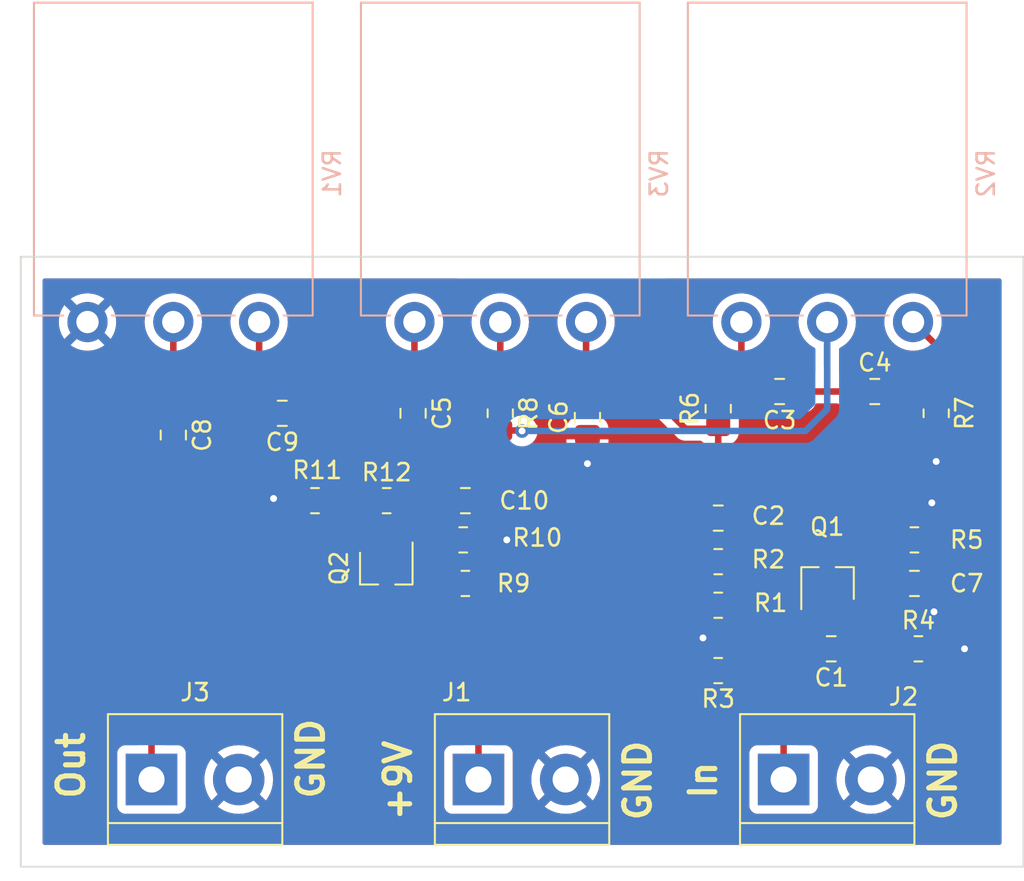
<source format=kicad_pcb>
(kicad_pcb (version 20221018) (generator pcbnew)
  (layers (0 "F.Cu" signal) (31 "B.Cu" signal) (34 "B.Paste" user) (35 "F.Paste" user) (36 "B.SilkS" user "B.Silkscreen") (37 "F.SilkS" user "F.Silkscreen") (38 "B.Mask" user) (39 "F.Mask" user) (44 "Edge.Cuts" user))
  (net 0 "")
  (net 1 "/Input")
  (net 2 "Net-(Q1-B)")
  (net 3 "Net-(Q1-C)")
  (net 4 "Net-(Q2-B)")
  (net 5 "Net-(C3-Pad1)")
  (net 6 "Net-(C3-Pad2)")
  (net 7 "Net-(C4-Pad2)")
  (net 8 "Net-(C5-Pad1)")
  (net 9 "GND")
  (net 10 "Net-(C6-Pad2)")
  (net 11 "Net-(Q1-E)")
  (net 12 "Net-(C8-Pad1)")
  (net 13 "Net-(C2-Pad2)")
  (net 14 "Net-(C9-Pad2)")
  (net 15 "+9V")
  (net 16 "Net-(J3-Pin_1)")
  (net 17 "Net-(C10-Pad1)")
  (net 18 "/CC_Out")
  (footprint "TerminalBlock:TerminalBlock_bornier-2_P5.08mm" (layer "F.Cu") (at 38.1 107.95)
    (fp_text reference "J3" (at 2.54 -5.08) (layer "F.SilkS"))
    (fp_text value "Conn_01x02")
    (fp_line (start -2.54 -3.81) (end -2.54 3.81) (stroke (width 0.12)) (layer "F.SilkS"))
    (fp_line (start -2.54 3.81) (end 7.62 3.81) (stroke (width 0.12)) (layer "F.SilkS"))
    (fp_line (start 7.62 -3.81) (end -2.54 -3.81) (stroke (width 0.12)) (layer "F.SilkS"))
    (fp_line (start 7.62 2.54) (end -2.54 2.54) (stroke (width 0.12)) (layer "F.SilkS"))
    (fp_line (start 7.62 3.81) (end 7.62 -3.81) (stroke (width 0.12)) (layer "F.SilkS"))
    (pad "1" thru_hole rect (at 0 0) (size 3 3) (drill 1.52) (layers "*.Cu" "*.Mask") (net 16 "Net-(J3-Pin_1)"))
    (pad "2" thru_hole circle (at 5.08 0) (size 3 3) (drill 1.52) (layers "*.Cu" "*.Mask") (net 9 "GND"))
  )
  (footprint "Capacitor_SMD:C_0805_2012Metric_Pad1.18x1.45mm_HandSolder" (layer "F.Cu") (at 45.72 86.6 180)
    (fp_text reference "C9" (at 0 -1.68) (layer "F.SilkS"))
    (fp_text value "10u")
    (fp_line (start -0.261252 -0.735) (end 0.261252 -0.735) (stroke (width 0.12)) (layer "F.SilkS"))
    (fp_line (start -0.261252 0.735) (end 0.261252 0.735) (stroke (width 0.12)) (layer "F.SilkS"))
    (pad "1" smd roundrect (at -1.0375 0 180) (size 1.175 1.45) (layers "F.Cu" "F.Paste" "F.Mask") (roundrect_rratio 0.2127659574) (net 18 "/CC_Out"))
    (pad "2" smd roundrect (at 1.0375 0 180) (size 1.175 1.45) (layers "F.Cu" "F.Paste" "F.Mask") (roundrect_rratio 0.2127659574) (net 14 "Net-(C9-Pad2)"))
  )
  (footprint "Resistor_SMD:R_0805_2012Metric_Pad1.20x1.40mm_HandSolder" (layer "F.Cu") (at 82.7825 100.33)
    (fp_text reference "R4" (at 0 -1.65) (layer "F.SilkS"))
    (fp_text value "1M")
    (fp_line (start -0.227064 -0.735) (end 0.227064 -0.735) (stroke (width 0.12)) (layer "F.SilkS"))
    (fp_line (start -0.227064 0.735) (end 0.227064 0.735) (stroke (width 0.12)) (layer "F.SilkS"))
    (pad "1" smd roundrect (at -1 0) (size 1.2 1.4) (layers "F.Cu" "F.Paste" "F.Mask") (roundrect_rratio 0.2083333333) (net 1 "/Input"))
    (pad "2" smd roundrect (at 1 0) (size 1.2 1.4) (layers "F.Cu" "F.Paste" "F.Mask") (roundrect_rratio 0.2083333333) (net 9 "GND"))
  )
  (footprint "Capacitor_SMD:C_0805_2012Metric_Pad1.18x1.45mm_HandSolder" (layer "F.Cu") (at 82.55 96.52)
    (fp_text reference "C7" (at 3.048 0) (layer "F.SilkS"))
    (fp_text value "68u")
    (fp_line (start -0.261252 -0.735) (end 0.261252 -0.735) (stroke (width 0.12)) (layer "F.SilkS"))
    (fp_line (start -0.261252 0.735) (end 0.261252 0.735) (stroke (width 0.12)) (layer "F.SilkS"))
    (pad "1" smd roundrect (at -1.0375 0) (size 1.175 1.45) (layers "F.Cu" "F.Paste" "F.Mask") (roundrect_rratio 0.2127659574) (net 11 "Net-(Q1-E)"))
    (pad "2" smd roundrect (at 1.0375 0) (size 1.175 1.45) (layers "F.Cu" "F.Paste" "F.Mask") (roundrect_rratio 0.2127659574) (net 9 "GND"))
  )
  (footprint "Capacitor_SMD:C_0805_2012Metric_Pad1.18x1.45mm_HandSolder" (layer "F.Cu") (at 80.2425 85.33)
    (fp_text reference "C4" (at 0 -1.68) (layer "F.SilkS"))
    (fp_text value "4700p")
    (fp_line (start -0.261252 -0.735) (end 0.261252 -0.735) (stroke (width 0.12)) (layer "F.SilkS"))
    (fp_line (start -0.261252 0.735) (end 0.261252 0.735) (stroke (width 0.12)) (layer "F.SilkS"))
    (pad "1" smd roundrect (at -1.0375 0) (size 1.175 1.45) (layers "F.Cu" "F.Paste" "F.Mask") (roundrect_rratio 0.2127659574) (net 5 "Net-(C3-Pad1)"))
    (pad "2" smd roundrect (at 1.0375 0) (size 1.175 1.45) (layers "F.Cu" "F.Paste" "F.Mask") (roundrect_rratio 0.2127659574) (net 7 "Net-(C4-Pad2)"))
  )
  (footprint "TerminalBlock:TerminalBlock_bornier-2_P5.08mm" (layer "F.Cu") (at 57.15 107.95)
    (fp_text reference "J1" (at -1.27 -5.08) (layer "F.SilkS"))
    (fp_text value "Conn_01x02")
    (fp_line (start -2.54 -3.81) (end -2.54 3.81) (stroke (width 0.12)) (layer "F.SilkS"))
    (fp_line (start -2.54 3.81) (end 7.62 3.81) (stroke (width 0.12)) (layer "F.SilkS"))
    (fp_line (start 7.62 -3.81) (end -2.54 -3.81) (stroke (width 0.12)) (layer "F.SilkS"))
    (fp_line (start 7.62 2.54) (end -2.54 2.54) (stroke (width 0.12)) (layer "F.SilkS"))
    (fp_line (start 7.62 3.81) (end 7.62 -3.81) (stroke (width 0.12)) (layer "F.SilkS"))
    (pad "1" thru_hole rect (at 0 0) (size 3 3) (drill 1.52) (layers "*.Cu" "*.Mask") (net 15 "+9V"))
    (pad "2" thru_hole circle (at 5.08 0) (size 3 3) (drill 1.52) (layers "*.Cu" "*.Mask") (net 9 "GND"))
  )
  (footprint "Resistor_SMD:R_0805_2012Metric_Pad1.20x1.40mm_HandSolder" (layer "F.Cu") (at 83.82 86.6 -90)
    (fp_text reference "R7" (at 0 -1.65 90) (layer "F.SilkS"))
    (fp_text value "68k")
    (fp_line (start -0.227064 -0.735) (end 0.227064 -0.735) (stroke (width 0.12)) (layer "F.SilkS"))
    (fp_line (start -0.227064 0.735) (end 0.227064 0.735) (stroke (width 0.12)) (layer "F.SilkS"))
    (pad "1" smd roundrect (at -1 0 270) (size 1.2 1.4) (layers "F.Cu" "F.Paste" "F.Mask") (roundrect_rratio 0.2083333333) (net 7 "Net-(C4-Pad2)"))
    (pad "2" smd roundrect (at 1 0 270) (size 1.2 1.4) (layers "F.Cu" "F.Paste" "F.Mask") (roundrect_rratio 0.2083333333) (net 9 "GND"))
  )
  (footprint "Capacitor_SMD:C_0805_2012Metric_Pad1.18x1.45mm_HandSolder" (layer "F.Cu") (at 71.12 92.71 180)
    (fp_text reference "C2" (at -2.921 0.127) (layer "F.SilkS"))
    (fp_text value "100n")
    (fp_line (start -0.261252 -0.735) (end 0.261252 -0.735) (stroke (width 0.12)) (layer "F.SilkS"))
    (fp_line (start -0.261252 0.735) (end 0.261252 0.735) (stroke (width 0.12)) (layer "F.SilkS"))
    (pad "1" smd roundrect (at -1.0375 0 180) (size 1.175 1.45) (layers "F.Cu" "F.Paste" "F.Mask") (roundrect_rratio 0.2127659574) (net 3 "Net-(Q1-C)"))
    (pad "2" smd roundrect (at 1.0375 0 180) (size 1.175 1.45) (layers "F.Cu" "F.Paste" "F.Mask") (roundrect_rratio 0.2127659574) (net 13 "Net-(C2-Pad2)"))
  )
  (footprint "TerminalBlock:TerminalBlock_bornier-2_P5.08mm" (layer "F.Cu") (at 74.93 107.95)
    (fp_text reference "J2" (at 6.985 -4.826) (layer "F.SilkS"))
    (fp_text value "Conn_01x02")
    (fp_line (start -2.54 -3.81) (end -2.54 3.81) (stroke (width 0.12)) (layer "F.SilkS"))
    (fp_line (start -2.54 3.81) (end 7.62 3.81) (stroke (width 0.12)) (layer "F.SilkS"))
    (fp_line (start 7.62 -3.81) (end -2.54 -3.81) (stroke (width 0.12)) (layer "F.SilkS"))
    (fp_line (start 7.62 2.54) (end -2.54 2.54) (stroke (width 0.12)) (layer "F.SilkS"))
    (fp_line (start 7.62 3.81) (end 7.62 -3.81) (stroke (width 0.12)) (layer "F.SilkS"))
    (pad "1" thru_hole rect (at 0 0) (size 3 3) (drill 1.52) (layers "*.Cu" "*.Mask") (net 1 "/Input"))
    (pad "2" thru_hole circle (at 5.08 0) (size 3 3) (drill 1.52) (layers "*.Cu" "*.Mask") (net 9 "GND"))
  )
  (footprint "Resistor_SMD:R_0805_2012Metric_Pad1.20x1.40mm_HandSolder" (layer "F.Cu") (at 51.8 91.694 180)
    (fp_text reference "R12" (at 0 1.651) (layer "F.SilkS"))
    (fp_text value "0")
    (fp_line (start -0.227064 -0.735) (end 0.227064 -0.735) (stroke (width 0.12)) (layer "F.SilkS"))
    (fp_line (start -0.227064 0.735) (end 0.227064 0.735) (stroke (width 0.12)) (layer "F.SilkS"))
    (pad "1" smd roundrect (at -1 0 180) (size 1.2 1.4) (layers "F.Cu" "F.Paste" "F.Mask") (roundrect_rratio 0.2083333333) (net 4 "Net-(Q2-B)"))
    (pad "2" smd roundrect (at 1 0 180) (size 1.2 1.4) (layers "F.Cu" "F.Paste" "F.Mask") (roundrect_rratio 0.2083333333) (net 18 "/CC_Out"))
  )
  (footprint "Resistor_SMD:R_0805_2012Metric_Pad1.20x1.40mm_HandSolder" (layer "F.Cu") (at 82.55 93.98)
    (fp_text reference "R5" (at 3.048 0) (layer "F.SilkS"))
    (fp_text value "220")
    (fp_line (start -0.227064 -0.735) (end 0.227064 -0.735) (stroke (width 0.12)) (layer "F.SilkS"))
    (fp_line (start -0.227064 0.735) (end 0.227064 0.735) (stroke (width 0.12)) (layer "F.SilkS"))
    (pad "1" smd roundrect (at -1 0) (size 1.2 1.4) (layers "F.Cu" "F.Paste" "F.Mask") (roundrect_rratio 0.2083333333) (net 11 "Net-(Q1-E)"))
    (pad "2" smd roundrect (at 1 0) (size 1.2 1.4) (layers "F.Cu" "F.Paste" "F.Mask") (roundrect_rratio 0.2083333333) (net 9 "GND"))
  )
  (footprint "Capacitor_SMD:C_0805_2012Metric_Pad1.18x1.45mm_HandSolder" (layer "F.Cu") (at 53.34 86.6 -90)
    (fp_text reference "C5" (at 0 -1.68 90) (layer "F.SilkS"))
    (fp_text value "470p")
    (fp_line (start -0.261252 -0.735) (end 0.261252 -0.735) (stroke (width 0.12)) (layer "F.SilkS"))
    (fp_line (start -0.261252 0.735) (end 0.261252 0.735) (stroke (width 0.12)) (layer "F.SilkS"))
    (pad "1" smd roundrect (at -1.0375 0 270) (size 1.175 1.45) (layers "F.Cu" "F.Paste" "F.Mask") (roundrect_rratio 0.2127659574) (net 8 "Net-(C5-Pad1)"))
    (pad "2" smd roundrect (at 1.0375 0 270) (size 1.175 1.45) (layers "F.Cu" "F.Paste" "F.Mask") (roundrect_rratio 0.2127659574) (net 13 "Net-(C2-Pad2)"))
  )
  (footprint "Capacitor_SMD:C_0805_2012Metric_Pad1.18x1.45mm_HandSolder" (layer "F.Cu") (at 56.388 91.694 180)
    (fp_text reference "C10" (at -3.429 0) (layer "F.SilkS"))
    (fp_text value "100n")
    (fp_line (start -0.261252 -0.735) (end 0.261252 -0.735) (stroke (width 0.12)) (layer "F.SilkS"))
    (fp_line (start -0.261252 0.735) (end 0.261252 0.735) (stroke (width 0.12)) (layer "F.SilkS"))
    (pad "1" smd roundrect (at -1.0375 0 180) (size 1.175 1.45) (layers "F.Cu" "F.Paste" "F.Mask") (roundrect_rratio 0.2127659574) (net 17 "Net-(C10-Pad1)"))
    (pad "2" smd roundrect (at 1.0375 0 180) (size 1.175 1.45) (layers "F.Cu" "F.Paste" "F.Mask") (roundrect_rratio 0.2127659574) (net 4 "Net-(Q2-B)"))
  )
  (footprint "Resistor_SMD:R_0805_2012Metric_Pad1.20x1.40mm_HandSolder" (layer "F.Cu") (at 56.261 93.98)
    (fp_text reference "R10" (at 4.318 -0.127) (layer "F.SilkS"))
    (fp_text value "82k")
    (fp_line (start -0.227064 -0.735) (end 0.227064 -0.735) (stroke (width 0.12)) (layer "F.SilkS"))
    (fp_line (start -0.227064 0.735) (end 0.227064 0.735) (stroke (width 0.12)) (layer "F.SilkS"))
    (pad "1" smd roundrect (at -1 0) (size 1.2 1.4) (layers "F.Cu" "F.Paste" "F.Mask") (roundrect_rratio 0.2083333333) (net 4 "Net-(Q2-B)"))
    (pad "2" smd roundrect (at 1 0) (size 1.2 1.4) (layers "F.Cu" "F.Paste" "F.Mask") (roundrect_rratio 0.2083333333) (net 9 "GND"))
  )
  (footprint "Package_TO_SOT_SMD:TSOT-23" (layer "F.Cu") (at 51.8 95.631 -90)
    (fp_text reference "Q2" (at 0 2.778 90) (layer "F.SilkS"))
    (fp_text value "Q_NPN_BEC")
    (fp_line (start 0.93 -1.51) (end -1.5 -1.51) (stroke (width 0.12)) (layer "F.SilkS"))
    (fp_line (start 0.95 -1.5) (end 0.95 -0.5) (stroke (width 0.12)) (layer "F.SilkS"))
    (fp_line (start 0.95 0.5) (end 0.95 1.55) (stroke (width 0.12)) (layer "F.SilkS"))
    (fp_line (start 0.95 1.55) (end -0.9 1.55) (stroke (width 0.12)) (layer "F.SilkS"))
    (pad "1" smd rect (at -1.31 -0.95 270) (size 1.22 0.65) (layers "F.Cu" "F.Paste" "F.Mask") (net 4 "Net-(Q2-B)"))
    (pad "2" smd rect (at -1.31 0.95 270) (size 1.22 0.65) (layers "F.Cu" "F.Paste" "F.Mask") (net 18 "/CC_Out"))
    (pad "3" smd rect (at 1.31 0 270) (size 1.22 0.65) (layers "F.Cu" "F.Paste" "F.Mask") (net 15 "+9V"))
  )
  (footprint "Capacitor_SMD:C_0805_2012Metric_Pad1.18x1.45mm_HandSolder" (layer "F.Cu") (at 39.37 87.87 -90)
    (fp_text reference "C8" (at 0 -1.68 90) (layer "F.SilkS"))
    (fp_text value "10u")
    (fp_line (start -0.261252 -0.735) (end 0.261252 -0.735) (stroke (width 0.12)) (layer "F.SilkS"))
    (fp_line (start -0.261252 0.735) (end 0.261252 0.735) (stroke (width 0.12)) (layer "F.SilkS"))
    (pad "1" smd roundrect (at -1.0375 0 270) (size 1.175 1.45) (layers "F.Cu" "F.Paste" "F.Mask") (roundrect_rratio 0.2127659574) (net 12 "Net-(C8-Pad1)"))
    (pad "2" smd roundrect (at 1.0375 0 270) (size 1.175 1.45) (layers "F.Cu" "F.Paste" "F.Mask") (roundrect_rratio 0.2127659574) (net 16 "Net-(J3-Pin_1)"))
  )
  (footprint "Capacitor_SMD:C_0805_2012Metric_Pad1.18x1.45mm_HandSolder" (layer "F.Cu") (at 74.6975 85.33 180)
    (fp_text reference "C3" (at 0 -1.68) (layer "F.SilkS"))
    (fp_text value "680p")
    (fp_line (start -0.261252 -0.735) (end 0.261252 -0.735) (stroke (width 0.12)) (layer "F.SilkS"))
    (fp_line (start -0.261252 0.735) (end 0.261252 0.735) (stroke (width 0.12)) (layer "F.SilkS"))
    (pad "1" smd roundrect (at -1.0375 0 180) (size 1.175 1.45) (layers "F.Cu" "F.Paste" "F.Mask") (roundrect_rratio 0.2127659574) (net 5 "Net-(C3-Pad1)"))
    (pad "2" smd roundrect (at 1.0375 0 180) (size 1.175 1.45) (layers "F.Cu" "F.Paste" "F.Mask") (roundrect_rratio 0.2127659574) (net 6 "Net-(C3-Pad2)"))
  )
  (footprint "Resistor_SMD:R_0805_2012Metric_Pad1.20x1.40mm_HandSolder" (layer "F.Cu") (at 71.12 86.33 90)
    (fp_text reference "R6" (at 0 -1.65 90) (layer "F.SilkS"))
    (fp_text value "100k")
    (fp_line (start -0.227064 -0.735) (end 0.227064 -0.735) (stroke (width 0.12)) (layer "F.SilkS"))
    (fp_line (start -0.227064 0.735) (end 0.227064 0.735) (stroke (width 0.12)) (layer "F.SilkS"))
    (pad "1" smd roundrect (at -1 0 90) (size 1.2 1.4) (layers "F.Cu" "F.Paste" "F.Mask") (roundrect_rratio 0.2083333333) (net 13 "Net-(C2-Pad2)"))
    (pad "2" smd roundrect (at 1 0 90) (size 1.2 1.4) (layers "F.Cu" "F.Paste" "F.Mask") (roundrect_rratio 0.2083333333) (net 6 "Net-(C3-Pad2)"))
  )
  (footprint "Resistor_SMD:R_0805_2012Metric_Pad1.20x1.40mm_HandSolder" (layer "F.Cu") (at 71.12 101.6 180)
    (fp_text reference "R3" (at 0 -1.65) (layer "F.SilkS"))
    (fp_text value "6k8")
    (fp_line (start -0.227064 -0.735) (end 0.227064 -0.735) (stroke (width 0.12)) (layer "F.SilkS"))
    (fp_line (start -0.227064 0.735) (end 0.227064 0.735) (stroke (width 0.12)) (layer "F.SilkS"))
    (pad "1" smd roundrect (at -1 0 180) (size 1.2 1.4) (layers "F.Cu" "F.Paste" "F.Mask") (roundrect_rratio 0.2083333333) (net 2 "Net-(Q1-B)"))
    (pad "2" smd roundrect (at 1 0 180) (size 1.2 1.4) (layers "F.Cu" "F.Paste" "F.Mask") (roundrect_rratio 0.2083333333) (net 9 "GND"))
  )
  (footprint "Resistor_SMD:R_0805_2012Metric_Pad1.20x1.40mm_HandSolder" (layer "F.Cu") (at 47.625 91.694 180)
    (fp_text reference "R11" (at -0.127 1.778) (layer "F.SilkS"))
    (fp_text value "4k7")
    (fp_line (start -0.227064 -0.735) (end 0.227064 -0.735) (stroke (width 0.12)) (layer "F.SilkS"))
    (fp_line (start -0.227064 0.735) (end 0.227064 0.735) (stroke (width 0.12)) (layer "F.SilkS"))
    (pad "1" smd roundrect (at -1 0 180) (size 1.2 1.4) (layers "F.Cu" "F.Paste" "F.Mask") (roundrect_rratio 0.2083333333) (net 18 "/CC_Out"))
    (pad "2" smd roundrect (at 1 0 180) (size 1.2 1.4) (layers "F.Cu" "F.Paste" "F.Mask") (roundrect_rratio 0.2083333333) (net 9 "GND"))
  )
  (footprint "Resistor_SMD:R_0805_2012Metric_Pad1.20x1.40mm_HandSolder" (layer "F.Cu") (at 56.388 96.52 180)
    (fp_text reference "R9" (at -2.81 0) (layer "F.SilkS"))
    (fp_text value "68k")
    (fp_line (start -0.227064 -0.735) (end 0.227064 -0.735) (stroke (width 0.12)) (layer "F.SilkS"))
    (fp_line (start -0.227064 0.735) (end 0.227064 0.735) (stroke (width 0.12)) (layer "F.SilkS"))
    (pad "1" smd roundrect (at -1 0 180) (size 1.2 1.4) (layers "F.Cu" "F.Paste" "F.Mask") (roundrect_rratio 0.2083333333) (net 15 "+9V"))
    (pad "2" smd roundrect (at 1 0 180) (size 1.2 1.4) (layers "F.Cu" "F.Paste" "F.Mask") (roundrect_rratio 0.2083333333) (net 4 "Net-(Q2-B)"))
  )
  (footprint "Package_TO_SOT_SMD:TSOT-23" (layer "F.Cu") (at 77.47 96.52 90)
    (fp_text reference "Q1" (at 3.302 0 180) (layer "F.SilkS"))
    (fp_text value "Q_NPN_BEC")
    (fp_line (start 0.93 -1.51) (end -1.5 -1.51) (stroke (width 0.12)) (layer "F.SilkS"))
    (fp_line (start 0.95 -1.5) (end 0.95 -0.5) (stroke (width 0.12)) (layer "F.SilkS"))
    (fp_line (start 0.95 0.5) (end 0.95 1.55) (stroke (width 0.12)) (layer "F.SilkS"))
    (fp_line (start 0.95 1.55) (end -0.9 1.55) (stroke (width 0.12)) (layer "F.SilkS"))
    (pad "1" smd rect (at -1.31 -0.95 90) (size 1.22 0.65) (layers "F.Cu" "F.Paste" "F.Mask") (net 2 "Net-(Q1-B)"))
    (pad "2" smd rect (at -1.31 0.95 90) (size 1.22 0.65) (layers "F.Cu" "F.Paste" "F.Mask") (net 11 "Net-(Q1-E)"))
    (pad "3" smd rect (at 1.31 0 90) (size 1.22 0.65) (layers "F.Cu" "F.Paste" "F.Mask") (net 3 "Net-(Q1-C)"))
  )
  (footprint "Resistor_SMD:R_0805_2012Metric_Pad1.20x1.40mm_HandSolder" (layer "F.Cu") (at 71.12 97.79)
    (fp_text reference "R1" (at 3.048 -0.127) (layer "F.SilkS"))
    (fp_text value "27k")
    (fp_line (start -0.227064 -0.735) (end 0.227064 -0.735) (stroke (width 0.12)) (layer "F.SilkS"))
    (fp_line (start -0.227064 0.735) (end 0.227064 0.735) (stroke (width 0.12)) (layer "F.SilkS"))
    (pad "1" smd roundrect (at -1 0) (size 1.2 1.4) (layers "F.Cu" "F.Paste" "F.Mask") (roundrect_rratio 0.2083333333) (net 15 "+9V"))
    (pad "2" smd roundrect (at 1 0) (size 1.2 1.4) (layers "F.Cu" "F.Paste" "F.Mask") (roundrect_rratio 0.2083333333) (net 2 "Net-(Q1-B)"))
  )
  (footprint "Resistor_SMD:R_0805_2012Metric_Pad1.20x1.40mm_HandSolder" (layer "F.Cu") (at 71.12 95.25)
    (fp_text reference "R2" (at 2.921 -0.127) (layer "F.SilkS"))
    (fp_text value "820")
    (fp_line (start -0.227064 -0.735) (end 0.227064 -0.735) (stroke (width 0.12)) (layer "F.SilkS"))
    (fp_line (start -0.227064 0.735) (end 0.227064 0.735) (stroke (width 0.12)) (layer "F.SilkS"))
    (pad "1" smd roundrect (at -1 0) (size 1.2 1.4) (layers "F.Cu" "F.Paste" "F.Mask") (roundrect_rratio 0.2083333333) (net 15 "+9V"))
    (pad "2" smd roundrect (at 1 0) (size 1.2 1.4) (layers "F.Cu" "F.Paste" "F.Mask") (roundrect_rratio 0.2083333333) (net 3 "Net-(Q1-C)"))
  )
  (footprint "Capacitor_SMD:C_0805_2012Metric_Pad1.18x1.45mm_HandSolder" (layer "F.Cu") (at 77.7025 100.33 180)
    (fp_text reference "C1" (at 0 -1.68) (layer "F.SilkS"))
    (fp_text value "100n")
    (fp_line (start -0.261252 -0.735) (end 0.261252 -0.735) (stroke (width 0.12)) (layer "F.SilkS"))
    (fp_line (start -0.261252 0.735) (end 0.261252 0.735) (stroke (width 0.12)) (layer "F.SilkS"))
    (pad "1" smd roundrect (at -1.0375 0 180) (size 1.175 1.45) (layers "F.Cu" "F.Paste" "F.Mask") (roundrect_rratio 0.2127659574) (net 1 "/Input"))
    (pad "2" smd roundrect (at 1.0375 0 180) (size 1.175 1.45) (layers "F.Cu" "F.Paste" "F.Mask") (roundrect_rratio 0.2127659574) (net 2 "Net-(Q1-B)"))
  )
  (footprint "Capacitor_SMD:C_0805_2012Metric_Pad1.18x1.45mm_HandSolder" (layer "F.Cu") (at 63.5 86.8325 90)
    (fp_text reference "C6" (at 0 -1.68 90) (layer "F.SilkS"))
    (fp_text value "4700p")
    (fp_line (start -0.261252 -0.735) (end 0.261252 -0.735) (stroke (width 0.12)) (layer "F.SilkS"))
    (fp_line (start -0.261252 0.735) (end 0.261252 0.735) (stroke (width 0.12)) (layer "F.SilkS"))
    (pad "1" smd roundrect (at -1.0375 0 90) (size 1.175 1.45) (layers "F.Cu" "F.Paste" "F.Mask") (roundrect_rratio 0.2127659574) (net 9 "GND"))
    (pad "2" smd roundrect (at 1.0375 0 90) (size 1.175 1.45) (layers "F.Cu" "F.Paste" "F.Mask") (roundrect_rratio 0.2127659574) (net 10 "Net-(C6-Pad2)"))
  )
  (footprint "Resistor_SMD:R_0805_2012Metric_Pad1.20x1.40mm_HandSolder" (layer "F.Cu") (at 58.42 86.6 -90)
    (fp_text reference "R8" (at 0 -1.65 90) (layer "F.SilkS"))
    (fp_text value "100k")
    (fp_line (start -0.227064 -0.735) (end 0.227064 -0.735) (stroke (width 0.12)) (layer "F.SilkS"))
    (fp_line (start -0.227064 0.735) (end 0.227064 0.735) (stroke (width 0.12)) (layer "F.SilkS"))
    (pad "1" smd roundrect (at -1 0 270) (size 1.2 1.4) (layers "F.Cu" "F.Paste" "F.Mask") (roundrect_rratio 0.2083333333) (net 17 "Net-(C10-Pad1)"))
    (pad "2" smd roundrect (at 1 0 270) (size 1.2 1.4) (layers "F.Cu" "F.Paste" "F.Mask") (roundrect_rratio 0.2083333333) (net 5 "Net-(C3-Pad1)"))
  )
  (footprint "Potentiometer_THT:Potentiometer_Piher_PC-16_Single_Vertical" (layer "B.Cu") (at 53.42 81.28 90)
    (fp_text reference "RV3" (at 8.665 14.25 90) (layer "B.SilkS") (effects (justify mirror)))
    (fp_text value "1M")
    (fp_line (start 0.38 -3.12) (end 18.62 -3.12) (stroke (width 0.12)) (layer "B.SilkS"))
    (fp_line (start 0.38 -1.425) (end 0.38 -3.12) (stroke (width 0.12)) (layer "B.SilkS"))
    (fp_line (start 0.38 3.575) (end 0.38 1.425) (stroke (width 0.12)) (layer "B.SilkS"))
    (fp_line (start 0.38 8.574) (end 0.38 6.425) (stroke (width 0.12)) (layer "B.SilkS"))
    (fp_line (start 0.38 13.12) (end 0.38 11.426) (stroke (width 0.12)) (layer "B.SilkS"))
    (fp_line (start 0.38 13.12) (end 18.62 13.12) (stroke (width 0.12)) (layer "B.SilkS"))
    (fp_line (start 18.62 13.12) (end 18.62 -3.12) (stroke (width 0.12)) (layer "B.SilkS"))
    (pad "1" thru_hole circle (at 0 0 90) (size 2.34 2.34) (drill 1.3) (layers "*.Cu" "*.Mask") (net 8 "Net-(C5-Pad1)"))
    (pad "2" thru_hole circle (at 0 5 90) (size 2.34 2.34) (drill 1.3) (layers "*.Cu" "*.Mask") (net 17 "Net-(C10-Pad1)"))
    (pad "3" thru_hole circle (at 0 10 90) (size 2.34 2.34) (drill 1.3) (layers "*.Cu" "*.Mask") (net 10 "Net-(C6-Pad2)"))
  )
  (footprint "Potentiometer_THT:Potentiometer_Piher_PC-16_Single_Vertical" (layer "B.Cu") (at 72.47 81.28 90)
    (fp_text reference "RV2" (at 8.665 14.25 90) (layer "B.SilkS") (effects (justify mirror)))
    (fp_text value "1M")
    (fp_line (start 0.38 -3.12) (end 18.62 -3.12) (stroke (width 0.12)) (layer "B.SilkS"))
    (fp_line (start 0.38 -1.425) (end 0.38 -3.12) (stroke (width 0.12)) (layer "B.SilkS"))
    (fp_line (start 0.38 3.575) (end 0.38 1.425) (stroke (width 0.12)) (layer "B.SilkS"))
    (fp_line (start 0.38 8.574) (end 0.38 6.425) (stroke (width 0.12)) (layer "B.SilkS"))
    (fp_line (start 0.38 13.12) (end 0.38 11.426) (stroke (width 0.12)) (layer "B.SilkS"))
    (fp_line (start 0.38 13.12) (end 18.62 13.12) (stroke (width 0.12)) (layer "B.SilkS"))
    (fp_line (start 18.62 13.12) (end 18.62 -3.12) (stroke (width 0.12)) (layer "B.SilkS"))
    (pad "1" thru_hole circle (at 0 0 90) (size 2.34 2.34) (drill 1.3) (layers "*.Cu" "*.Mask") (net 6 "Net-(C3-Pad2)"))
    (pad "2" thru_hole circle (at 0 5 90) (size 2.34 2.34) (drill 1.3) (layers "*.Cu" "*.Mask") (net 5 "Net-(C3-Pad1)"))
    (pad "3" thru_hole circle (at 0 10 90) (size 2.34 2.34) (drill 1.3) (layers "*.Cu" "*.Mask") (net 7 "Net-(C4-Pad2)"))
  )
  (footprint "Potentiometer_THT:Potentiometer_Piher_PC-16_Single_Vertical" (layer "B.Cu") (at 34.37 81.28 90)
    (fp_text reference "RV1" (at 8.665 14.25 90) (layer "B.SilkS") (effects (justify mirror)))
    (fp_text value "100K")
    (fp_line (start 0.38 -3.12) (end 18.62 -3.12) (stroke (width 0.12)) (layer "B.SilkS"))
    (fp_line (start 0.38 -1.425) (end 0.38 -3.12) (stroke (width 0.12)) (layer "B.SilkS"))
    (fp_line (start 0.38 3.575) (end 0.38 1.425) (stroke (width 0.12)) (layer "B.SilkS"))
    (fp_line (start 0.38 8.574) (end 0.38 6.425) (stroke (width 0.12)) (layer "B.SilkS"))
    (fp_line (start 0.38 13.12) (end 0.38 11.426) (stroke (width 0.12)) (layer "B.SilkS"))
    (fp_line (start 0.38 13.12) (end 18.62 13.12) (stroke (width 0.12)) (layer "B.SilkS"))
    (fp_line (start 18.62 13.12) (end 18.62 -3.12) (stroke (width 0.12)) (layer "B.SilkS"))
    (pad "1" thru_hole circle (at 0 0 90) (size 2.34 2.34) (drill 1.3) (layers "*.Cu" "*.Mask") (net 9 "GND"))
    (pad "2" thru_hole circle (at 0 5 90) (size 2.34 2.34) (drill 1.3) (layers "*.Cu" "*.Mask") (net 12 "Net-(C8-Pad1)"))
    (pad "3" thru_hole circle (at 0 10 90) (size 2.34 2.34) (drill 1.3) (layers "*.Cu" "*.Mask") (net 14 "Net-(C9-Pad2)"))
  )
  (gr_line (start 88.9 113.03) (end 30.48 113.03) (stroke (width 0.1)) (layer "Edge.Cuts"))
  (gr_line (start 30.48 113.03) (end 30.48 77.47) (stroke (width 0.1)) (layer "Edge.Cuts"))
  (gr_line (start 88.9 77.47) (end 88.9 113.03) (stroke (width 0.1)) (layer "Edge.Cuts"))
  (gr_line (start 30.48 77.47) (end 88.9 77.47) (stroke (width 0.1)) (layer "Edge.Cuts"))
  (gr_text "GND" (at 48.26 109.22 90) (layer "F.SilkS") (effects (font (size 1.5 1.5) (thickness 0.3) bold) (justify left bottom)))
  (gr_text "GND" (at 85.09 110.49 90) (layer "F.SilkS") (effects (font (size 1.5 1.5) (thickness 0.3) bold) (justify left bottom)))
  (gr_text "Out" (at 34.29 109.22 90) (layer "F.SilkS") (effects (font (size 1.5 1.5) (thickness 0.3) bold) (justify left bottom)))
  (gr_text "In" (at 71.12 109.22 90) (layer "F.SilkS") (effects (font (size 1.5 1.5) (thickness 0.3) bold) (justify left bottom)))
  (gr_text "GND" (at 67.31 110.49 90) (layer "F.SilkS") (effects (font (size 1.5 1.5) (thickness 0.3) bold) (justify left bottom)))
  (gr_text "+9V\n" (at 53.34 110.49 90) (layer "F.SilkS") (effects (font (size 1.5 1.5) (thickness 0.3) bold) (justify left bottom)))
  (segment (start 81.7825 100.33) (end 78.74 100.33) (width 0.381) (layer "F.Cu") (net 1))
  (segment (start 78.74 101.6) (end 78.74 100.33) (width 0.381) (layer "F.Cu") (net 1))
  (segment (start 74.93 107.95) (end 74.93 105.41) (width 0.381) (layer "F.Cu") (net 1))
  (segment (start 74.93 105.41) (end 78.74 101.6) (width 0.381) (layer "F.Cu") (net 1))
  (segment (start 76.665 97.975) (end 76.16 97.47) (width 0.381) (layer "F.Cu") (net 2))
  (segment (start 72.12 97.79) (end 72.44 97.47) (width 0.381) (layer "F.Cu") (net 2))
  (segment (start 72.12 101.6) (end 72.12 97.79) (width 0.381) (layer "F.Cu") (net 2))
  (segment (start 72.44 97.47) (end 76.16 97.47) (width 0.381) (layer "F.Cu") (net 2))
  (segment (start 76.665 100.33) (end 76.665 97.975) (width 0.381) (layer "F.Cu") (net 2))
  (segment (start 76.52 95.21) (end 77.47 95.21) (width 0.381) (layer "F.Cu") (net 3))
  (segment (start 72.1575 95.2125) (end 72.12 95.25) (width 0.381) (layer "F.Cu") (net 3))
  (segment (start 72.44 95.57) (end 76.16 95.57) (width 0.381) (layer "F.Cu") (net 3))
  (segment (start 76.16 95.57) (end 76.52 95.21) (width 0.381) (layer "F.Cu") (net 3))
  (segment (start 72.12 95.25) (end 72.44 95.57) (width 0.381) (layer "F.Cu") (net 3))
  (segment (start 72.1575 92.71) (end 72.1575 95.2125) (width 0.381) (layer "F.Cu") (net 3))
  (segment (start 52.8 94.271) (end 52.75 94.321) (width 0.381) (layer "F.Cu") (net 4))
  (segment (start 55.3505 91.694) (end 52.8 91.694) (width 0.381) (layer "F.Cu") (net 4))
  (segment (start 52.8 91.694) (end 52.8 94.271) (width 0.381) (layer "F.Cu") (net 4))
  (segment (start 55.388 91.7315) (end 55.3505 91.694) (width 0.381) (layer "F.Cu") (net 4))
  (segment (start 55.388 96.52) (end 55.388 91.7315) (width 0.381) (layer "F.Cu") (net 4))
  (segment (start 58.42 87.6) (end 58.42 87.63) (width 0.381) (layer "F.Cu") (net 5))
  (segment (start 77.47 81.28) (end 77.47 85.33) (width 0.381) (layer "F.Cu") (net 5))
  (segment (start 59.66 87.6) (end 59.69 87.63) (width 0.381) (layer "F.Cu") (net 5))
  (segment (start 58.15 87.87) (end 58.42 87.6) (width 0.25) (layer "F.Cu") (net 5))
  (segment (start 75.735 85.33) (end 77.47 85.33) (width 0.381) (layer "F.Cu") (net 5))
  (segment (start 77.47 85.33) (end 79.205 85.33) (width 0.381) (layer "F.Cu") (net 5))
  (segment (start 58.42 87.6) (end 59.66 87.6) (width 0.381) (layer "F.Cu") (net 5))
  (via (at 59.69 87.63) (size 0.8) (drill 0.4) (layers "F.Cu" "B.Cu") (net 5))
  (segment (start 64.77 87.63) (end 76.2 87.63) (width 0.381) (layer "B.Cu") (net 5))
  (segment (start 77.47 83.82) (end 77.47 81.28) (width 0.381) (layer "B.Cu") (net 5))
  (segment (start 76.2 87.63) (end 77.47 86.36) (width 0.381) (layer "B.Cu") (net 5))
  (segment (start 77.47 82.55) (end 77.47 83.82) (width 0.381) (layer "B.Cu") (net 5))
  (segment (start 64.77 87.63) (end 66.04 87.63) (width 0.381) (layer "B.Cu") (net 5))
  (segment (start 77.47 86.36) (end 77.47 82.55) (width 0.381) (layer "B.Cu") (net 5))
  (segment (start 59.69 87.63) (end 64.77 87.63) (width 0.381) (layer "B.Cu") (net 5))
  (segment (start 72.47 84.14) (end 73.66 85.33) (width 0.381) (layer "F.Cu") (net 6))
  (segment (start 73.66 85.33) (end 71.12 85.33) (width 0.381) (layer "F.Cu") (net 6))
  (segment (start 72.47 81.28) (end 72.47 84.14) (width 0.381) (layer "F.Cu") (net 6))
  (segment (start 82.47 81.28) (end 83.82 82.63) (width 0.381) (layer "F.Cu") (net 7))
  (segment (start 81.28 85.33) (end 83.55 85.33) (width 0.381) (layer "F.Cu") (net 7))
  (segment (start 83.82 82.63) (end 83.82 85.6) (width 0.381) (layer "F.Cu") (net 7))
  (segment (start 83.55 85.33) (end 83.82 85.6) (width 0.381) (layer "F.Cu") (net 7))
  (segment (start 53.34 85.5625) (end 53.42 85.4825) (width 0.381) (layer "F.Cu") (net 8))
  (segment (start 53.42 85.4825) (end 53.42 81.28) (width 0.381) (layer "F.Cu") (net 8))
  (segment (start 53.34 85.5625) (end 53.19 85.4125) (width 0.25) (layer "F.Cu") (net 8))
  (via (at 70.231 99.695) (size 0.8) (drill 0.4) (layers "F.Cu" "B.Cu") (net 9))
  (via (at 83.693 98.171) (size 0.8) (drill 0.4) (layers "F.Cu" "B.Cu") (net 9))
  (via (at 63.5 89.535) (size 0.8) (drill 0.4) (layers "F.Cu" "B.Cu") (net 9))
  (via (at 83.566 91.821) (size 0.8) (drill 0.4) (layers "F.Cu" "B.Cu") (net 9))
  (via (at 45.212 91.567) (size 0.8) (drill 0.4) (layers "F.Cu" "B.Cu") (net 9))
  (via (at 85.471 100.33) (size 0.8) (drill 0.4) (layers "F.Cu" "B.Cu") (net 9))
  (via (at 83.82 89.408) (size 0.8) (drill 0.4) (layers "F.Cu" "B.Cu") (net 9))
  (via (at 58.801 93.98) (size 0.8) (drill 0.4) (layers "F.Cu" "B.Cu") (net 9))
  (segment (start 63.42 85.715) (end 63.5 85.795) (width 0.381) (layer "F.Cu") (net 10))
  (segment (start 63.5 85.795) (end 63.19 85.485) (width 0.25) (layer "F.Cu") (net 10))
  (segment (start 63.42 81.28) (end 63.42 85.715) (width 0.381) (layer "F.Cu") (net 10))
  (segment (start 80.2025 97.83) (end 81.5125 96.52) (width 0.381) (layer "F.Cu") (net 11))
  (segment (start 78.42 97.83) (end 80.2025 97.83) (width 0.381) (layer "F.Cu") (net 11))
  (segment (start 81.55 93.98) (end 81.55 96.4825) (width 0.381) (layer "F.Cu") (net 11))
  (segment (start 81.55 96.4825) (end 81.5125 96.52) (width 0.381) (layer "F.Cu") (net 11))
  (segment (start 39.37 86.8325) (end 39.37 81.28) (width 0.381) (layer "F.Cu") (net 12))
  (segment (start 53.34 87.6375) (end 54.7295 87.6375) (width 0.381) (layer "F.Cu") (net 13))
  (segment (start 67.691 85.979) (end 69.215 87.503) (width 0.381) (layer "F.Cu") (net 13))
  (segment (start 70.358 92.4345) (end 70.0825 92.71) (width 0.381) (layer "F.Cu") (net 13))
  (segment (start 69.215 87.503) (end 70.947 87.503) (width 0.381) (layer "F.Cu") (net 13))
  (segment (start 67.691 79.629) (end 67.691 85.979) (width 0.381) (layer "F.Cu") (net 13))
  (segment (start 71.12 87.33) (end 71.12 89.281) (width 0.381) (layer "F.Cu") (net 13))
  (segment (start 53.34 87.87) (end 53.34 87.6375) (width 0.25) (layer "F.Cu") (net 13))
  (segment (start 71.12 89.281) (end 70.358 90.043) (width 0.381) (layer "F.Cu") (net 13))
  (segment (start 67.31 79.248) (end 67.691 79.629) (width 0.381) (layer "F.Cu") (net 13))
  (segment (start 56.007 86.36) (end 56.007 79.883) (width 0.381) (layer "F.Cu") (net 13))
  (segment (start 56.007 79.883) (end 56.642 79.248) (width 0.381) (layer "F.Cu") (net 13))
  (segment (start 54.7295 87.6375) (end 56.007 86.36) (width 0.381) (layer "F.Cu") (net 13))
  (segment (start 70.358 90.043) (end 70.358 92.4345) (width 0.381) (layer "F.Cu") (net 13))
  (segment (start 70.947 87.503) (end 71.12 87.33) (width 0.381) (layer "F.Cu") (net 13))
  (segment (start 56.642 79.248) (end 67.31 79.248) (width 0.381) (layer "F.Cu") (net 13))
  (segment (start 44.37 86.2875) (end 44.37 81.28) (width 0.381) (layer "F.Cu") (net 14))
  (segment (start 44.6825 86.6) (end 44.37 86.2875) (width 0.381) (layer "F.Cu") (net 14))
  (segment (start 51.8 100.187) (end 53.848 102.235) (width 0.381) (layer "F.Cu") (net 15))
  (segment (start 61.03 102.235) (end 62.9 100.365) (width 0.381) (layer "F.Cu") (net 15))
  (segment (start 60.96 102.305) (end 62.9 100.365) (width 0.381) (layer "F.Cu") (net 15))
  (segment (start 53.848 102.235) (end 61.03 102.235) (width 0.381) (layer "F.Cu") (net 15))
  (segment (start 66.08 97.47) (end 68.58 97.47) (width 0.381) (layer "F.Cu") (net 15))
  (segment (start 68.58 97.47) (end 69.8 97.47) (width 0.381) (layer "F.Cu") (net 15))
  (segment (start 62.9 100.365) (end 65.795 97.47) (width 0.381) (layer "F.Cu") (net 15))
  (segment (start 51.8 96.941) (end 51.8 100.187) (width 0.381) (layer "F.Cu") (net 15))
  (segment (start 57.388 96.52) (end 57.15 96.758) (width 0.381) (layer "F.Cu") (net 15))
  (segment (start 57.15 96.758) (end 57.15 107.95) (width 0.381) (layer "F.Cu") (net 15))
  (segment (start 69.8 97.47) (end 70.12 97.79) (width 0.381) (layer "F.Cu") (net 15))
  (segment (start 70.12 95.25) (end 70.12 97.79) (width 0.381) (layer "F.Cu") (net 15))
  (segment (start 65.795 97.47) (end 66.08 97.47) (width 0.381) (layer "F.Cu") (net 15))
  (segment (start 39.37 96.52) (end 39.37 93.98) (width 0.381) (layer "F.Cu") (net 16))
  (segment (start 39.37 88.9075) (end 39.37 96.52) (width 0.381) (layer "F.Cu") (net 16))
  (segment (start 38.1 100.33) (end 39.37 99.06) (width 0.381) (layer "F.Cu") (net 16))
  (segment (start 39.37 99.06) (end 39.37 96.52) (width 0.381) (layer "F.Cu") (net 16))
  (segment (start 38.1 100.33) (end 38.1 107.95) (width 0.381) (layer "F.Cu") (net 16))
  (segment (start 57.4255 91.694) (end 57.4255 90.5725) (width 0.381) (layer "F.Cu") (net 17))
  (segment (start 56.769 86.233) (end 57.402 85.6) (width 0.381) (layer "F.Cu") (net 17))
  (segment (start 57.402 85.6) (end 58.42 85.6) (width 0.381) (layer "F.Cu") (net 17))
  (segment (start 58.42 85.6) (end 58.42 81.28) (width 0.381) (layer "F.Cu") (net 17))
  (segment (start 57.4255 90.5725) (end 56.769 89.916) (width 0.381) (layer "F.Cu") (net 17))
  (segment (start 58.42 85.6) (end 58.19 85.37) (width 0.25) (layer "F.Cu") (net 17))
  (segment (start 56.769 89.916) (end 56.769 86.233) (width 0.381) (layer "F.Cu") (net 17))
  (segment (start 48.625 91.694) (end 50.8 91.694) (width 0.381) (layer "F.Cu") (net 18))
  (segment (start 46.7575 86.6) (end 50.8 90.6425) (width 0.381) (layer "F.Cu") (net 18))
  (segment (start 50.8 94.271) (end 50.85 94.321) (width 0.381) (layer "F.Cu") (net 18))
  (segment (start 50.8 91.694) (end 50.8 94.271) (width 0.381) (layer "F.Cu") (net 18))
  (segment (start 50.8 90.6425) (end 50.8 91.694) (width 0.381) (layer "F.Cu") (net 18))
  (zone (net 9) (net_name "GND") (layers "F&B.Cu") (name "GND") (connect_pads (clearance 0.5)) (min_thickness 0.25) (fill yes (thermal_gap 0.5) (thermal_bridge_width 0.5))
    (polygon (pts (xy 87.63 78.74) (xy 87.63 111.76) (xy 31.75 111.76) (xy 31.75 78.74)))
  )
)
</source>
